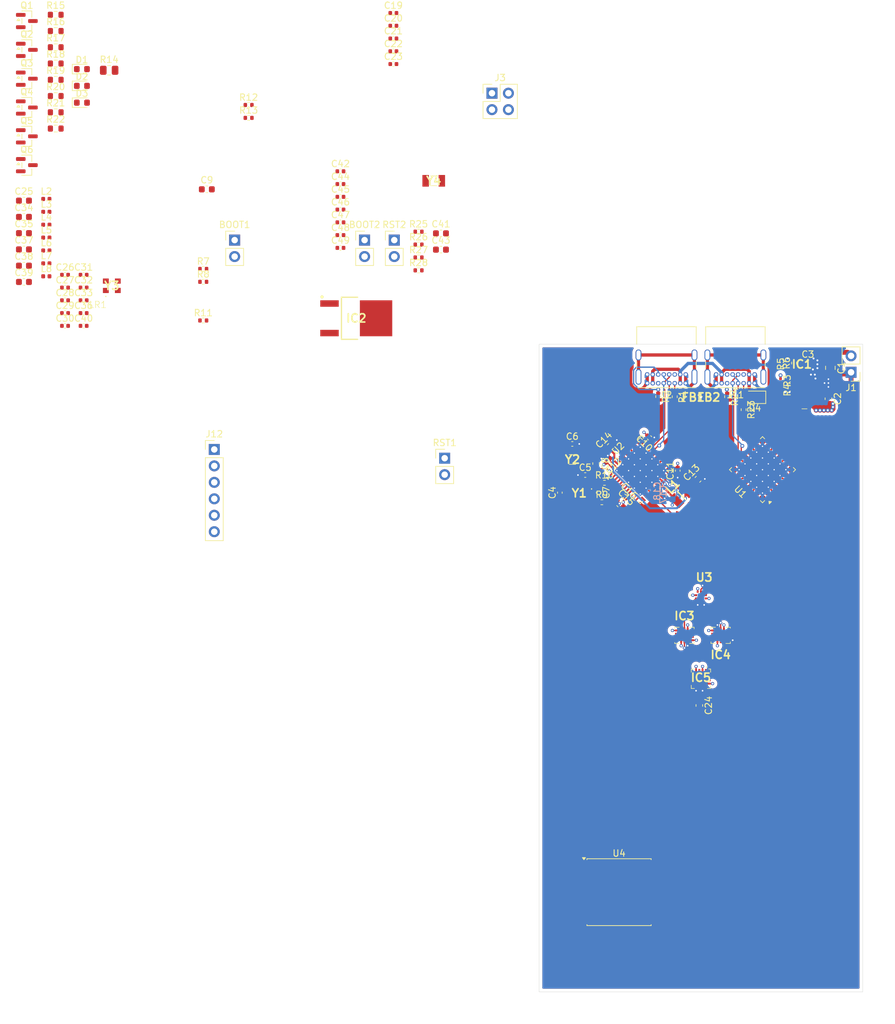
<source format=kicad_pcb>
(kicad_pcb (version 20241229) (generator "pcbnew") (generator_version "9.0")
  (layers (0 "F.Cu" signal) (4 "In1.Cu" signal) (6 "In2.Cu" signal) (2 "B.Cu" signal) (13 "F.Paste" user) (15 "B.Paste" user) (5 "F.SilkS" user "F.Silkscreen") (7 "B.SilkS" user "B.Silkscreen") (1 "F.Mask" user) (3 "B.Mask" user) (25 "Edge.Cuts" user))
  (net 0 "")
  (net 1 "GND")
  (net 2 "+3.3V")
  (net 3 "+5V")
  (net 4 "Net-(BOOT1-Pin_1)")
  (net 5 "Net-(D1-K)")
  (net 6 "Net-(Y1-OUT{slash}IN)")
  (net 11 "Net-(IC1-EN)")
  (net 15 "Net-(IC1-FB)")
  (net 16 "Net-(IC1-AAM)")
  (net 18 "Net-(Y1-GND_1)")
  (net 19 "Net-(C5-Pad2)")
  (net 20 "Net-(U2-PC13)")
  (net 21 "i2c1_sda")
  (net 22 "Net-(U2-PH0)")
  (net 24 "i2c1_sck")
  (net 28 "Net-(Y1-GND_2)")
  (net 29 "Net-(C13-Pad1)")
  (net 30 "Net-(IC5-CAP)")
  (net 31 "vr_pa")
  (net 32 "Net-(C27-Pad2)")
  (net 33 "Net-(C28-Pad2)")
  (net 34 "Net-(J10-In)")
  (net 35 "Net-(C30-Pad1)")
  (net 36 "Net-(C32-Pad1)")
  (net 37 "arm")
  (net 39 "Net-(D3-K)")
  (net 41 "imu1_int1")
  (net 45 "c1_fire")
  (net 46 "c6_fire")
  (net 48 "c2_fire")
  (net 49 "imu2_int1")
  (net 51 "c4_fire")
  (net 52 "c3_fire")
  (net 53 "Net-(J2-SHIELD)")
  (net 55 "Net-(J2-CC1)")
  (net 57 "Net-(J2-CC2)")
  (net 58 "Net-(U2-VLXSMPS)")
  (net 59 "c5_fire")
  (net 60 "Net-(LR1-RFO_LF1)")
  (net 61 "Net-(D2-K)")
  (net 62 "Net-(Q1-G)")
  (net 63 "Net-(Q2-G)")
  (net 64 "Net-(LR1-RFI_LF)")
  (net 65 "Net-(Q3-G)")
  (net 66 "cont_test")
  (net 67 "Net-(Q4-G)")
  (net 68 "Net-(LR1-LXB)")
  (net 69 "Net-(Q5-G)")
  (net 70 "Net-(LR1-LXA)")
  (net 71 "cont_test_out")
  (net 72 "Net-(Q6-G)")
  (net 73 "Net-(U2-PH3)")
  (net 74 "Net-(U2-PH1)")
  (net 75 "Net-(U2-PC14)")
  (net 76 "Net-(RST1-Pin_2)")
  (net 77 "Net-(BOOT2-Pin_2)")
  (net 78 "cont_test_in")
  (net 79 "USB_D-")
  (net 80 "USB_D+")
  (net 81 "bmp_int")
  (net 82 "gps_int")
  (net 84 "gps_pulse")
  (net 85 "spi_miso")
  (net 86 "mag_int")
  (net 87 "telem_rst")
  (net 88 "spi_mosi")
  (net 89 "spi_sclk")
  (net 90 "gps_rst")
  (net 122 "+BATT")
  (net 123 "Net-(C48-Pad2)")
  (net 124 "Net-(U1-PC13)")
  (net 125 "Net-(J11-SHIELD)")
  (net 133 "mpu_tx_external")
  (net 134 "ppu_tx_external")
  (net 135 "mpu_rx_external")
  (net 136 "USB2_D+")
  (net 137 "USB2_D-")
  (net 139 "Net-(J11-CC1)")
  (net 141 "Net-(J11-CC2)")
  (net 142 "/main micro/servo4")
  (net 143 "/main micro/servo1")
  (net 144 "/main micro/servo2")
  (net 145 "/main micro/servo3")
  (net 146 "Net-(U1-PC14)")
  (net 147 "Net-(RST2-Pin_2)")
  (net 148 "Net-(U1-PF3)")
  (net 149 "usart_miso")
  (net 150 "ppu_rx_external")
  (net 151 "usart_mosi")
  (net 152 "usart_ck")
  (net 153 "telem_busy")
  (net 154 "/main micro/jtck")
  (net 155 "/main micro/jtdi")
  (net 156 "/main micro/njrst")
  (net 157 "/main micro/jtdo")
  (net 158 "/main micro/jtms")
  (net 160 "Net-(LR1-XTA)")
  (net 161 "Net-(LR1-VTCXO{slash}VNTC)")
  (footprint "Resistor_SMD:R_0402_1005Metric" (layer "F.Cu") (at 48.095 71.34)
    (property "Reference" "R11")
    (property "Value" "10k")
  )
  (footprint "Capacitor_SMD:C_0603_1608Metric" (layer "F.Cu") (at 141.525 78)
    (property "Reference" "C3")
    (property "Value" "10uF")
  )
  (footprint "Capacitor_SMD:C_0402_1005Metric" (layer "F.Cu") (at 26.735 64.29)
    (property "Reference" "C26")
    (property "Value" "47pF")
  )
  (footprint "Capacitor_SMD:C_0402_1005Metric" (layer "F.Cu") (at 29.605 72.17)
    (property "Reference" "C40")
    (property "Value" "0.1uF")
  )
  (footprint "Connector_PinHeader_2.54mm:PinHeader_1x02_P2.54mm_Vertical" (layer "F.Cu") (at 73.025 58.93)
    (property "Reference" "BOOT2")
    (property "Value" "Conn_01x02")
  )
  (footprint "Capacitor_SMD:C_0402_1005Metric" (layer "F.Cu") (at 103.2 97.92 90)
    (property "Reference" "C4")
    (property "Value" "8pF")
  )
  (footprint "Connector_PinHeader_2.54mm:PinHeader_1x02_P2.54mm_Vertical" (layer "F.Cu") (at 148.2 79.34 180)
    (property "Reference" "J1")
    (property "Value" "battery")
  )
  (footprint "Resistor_SMD:R_0402_1005Metric" (layer "F.Cu") (at 109.69 99.4)
    (property "Reference" "R9")
    (property "Value" "1k")
  )
  (footprint "Resistor_SMD:R_0402_1005Metric" (layer "F.Cu") (at 55.105 40.06)
    (property "Reference" "R13")
    (property "Value" "2.7k")
  )
  (footprint "Inductor_SMD:L_0402_1005Metric" (layer "F.Cu") (at 23.845 64.52)
    (property "Reference" "L8")
    (property "Value" "2.2uH")
  )
  (footprint "footprints:BMP581" (layer "F.Cu") (at 125 114)
    (property "Reference" "U3")
    (property "Value" "BMP581" (hide yes))
  )
  (footprint "Capacitor_SMD:C_0603_1608Metric" (layer "F.Cu") (at 20.385 62.88)
    (property "Reference" "C38")
    (property "Value" "4.7uF")
  )
  (footprint "Diode_SMD:D_0603_1608Metric" (layer "F.Cu") (at 29.345 37.71)
    (property "Reference" "D3")
    (property "Value" "D")
  )
  (footprint "Capacitor_SMD:C_0402_1005Metric" (layer "F.Cu") (at 29.605 64.29)
    (property "Reference" "C31")
    (property "Value" "1.8pF")
  )
  (footprint "Capacitor_SMD:C_0402_1005Metric" (layer "F.Cu") (at 77.475 31.75)
    (property "Reference" "C23")
    (property "Value" "0.1uF")
  )
  (footprint "Resistor_SMD:R_0402_1005Metric" (layer "F.Cu") (at 129.05 83.11 -90)
    (property "Reference" "R24")
    (property "Value" "5.1K")
  )
  (footprint "Inductor_SMD:L_0402_1005Metric" (layer "F.Cu") (at 23.845 56.56)
    (property "Reference" "L4")
    (property "Value" "4.7nH")
  )
  (footprint "Capacitor_SMD:C_0402_1005Metric" (layer "F.Cu") (at 26.735 70.2)
    (property "Reference" "C29")
    (property "Value" "1.8pF")
  )
  (footprint "Resistor_SMD:R_0805_2012Metric" (layer "F.Cu") (at 33.555 32.71)
    (property "Reference" "R14")
    (property "Value" "1k")
  )
  (footprint "Package_DFN_QFN:QFN-48-1EP_7x7mm_P0.5mm_EP5.6x5.6mm_ThermalVias" (layer "F.Cu") (at 115.624777 94.513864 45)
    (property "Reference" "U2")
    (property "Value" "STM32U585CIUxQ")
  )
  (footprint "Capacitor_SMD:C_0603_1608Metric" (layer "F.Cu") (at 124.548008 95.851992 45)
    (property "Reference" "C13")
    (property "Value" "2.2 uF")
  )
  (footprint "Package_TO_SOT_SMD:SOT-23" (layer "F.Cu") (at 20.835 29.56)
    (property "Reference" "Q2")
    (property "Value" "IRLML6244")
  )
  (footprint "Capacitor_SMD:C_0402_1005Metric" (layer "F.Cu") (at 77.475 27.81)
    (property "Reference" "C21")
    (property "Value" "0.1uF")
  )
  (footprint "Capacitor_SMD:C_0603_1608Metric" (layer "F.Cu") (at 111 90.8 45)
    (property "Reference" "C14")
    (property "Value" "2.2 uF")
  )
  (footprint "Capacitor_SMD:C_0402_1005Metric" (layer "F.Cu") (at 121.42 94.52 90)
    (property "Reference" "C11")
    (property "Value" "100 nF")
  )
  (footprint "Package_TO_SOT_SMD:SOT-23" (layer "F.Cu") (at 20.835 47.36)
    (property "Reference" "Q6")
    (property "Value" "IRLML6244")
  )
  (footprint "Resistor_SMD:R_0201_0603Metric" (layer "F.Cu") (at 137.3 80.655 -90)
    (property "Reference" "R3")
    (property "Value" "75k")
  )
  (footprint "Capacitor_SMD:C_0402_1005Metric" (layer "F.Cu") (at 69.295 52.25)
    (property "Reference" "C45")
    (property "Value" "100nF")
  )
  (footprint "Connector_PinHeader_2.54mm:PinHeader_1x02_P2.54mm_Vertical" (layer "F.Cu") (at 52.945 58.93)
    (property "Reference" "BOOT1")
    (property "Value" "Conn_01x02")
  )
  (footprint "Resistor_SMD:R_0402_1005Metric" (layer "F.Cu") (at 81.365 63.6)
    (property "Reference" "R28")
    (property "Value" "10k")
  )
  (footprint "Resistor_SMD:R_0402_1005Metric" (layer "F.Cu") (at 120.95 83.11 -90)
    (property "Reference" "R1")
    (property "Value" "5.1K")
  )
  (footprint "Connector_PinHeader_2.54mm:PinHeader_1x06_P2.54mm_Vertical" (layer "F.Cu") (at 49.8 91.25)
    (property "Reference" "J12")
    (property "Value" "Conn_01x06")
  )
  (footprint "Package_TO_SOT_SMD:SOT-23" (layer "F.Cu") (at 20.835 34.01)
    (property "Reference" "Q3")
    (property "Value" "IRLML6244")
  )
  (footprint "Resistor_SMD:R_0603_1608Metric" (layer "F.Cu") (at 25.295 26.65)
    (property "Reference" "R16")
    (property "Value" "100")
  )
  (footprint "Resistor_SMD:R_0201_0603Metric" (layer "F.Cu") (at 137.3 82.08 -90)
    (property "Reference" "R4")
    (property "Value" "24k")
  )
  (footprint "Capacitor_SMD:C_0603_1608Metric" (layer "F.Cu") (at 84.825 60.4)
    (property "Reference" "C43")
    (property "Value" "1uF")
  )
  (footprint "footprints:CM7V32768TBQA020" (layer "F.Cu") (at 105.15 92.8)
    (property "Reference" "Y2")
    (property "Value" "CM7V-T1A-32.768KHZ" (hide yes))
  )
  (footprint "footprints:Untitled" (layer "F.Cu") (at 31.79 69.405)
    (property "Reference" "LR1")
    (property "Value" "~")
  )
  (footprint "Capacitor_SMD:C_0402_1005Metric" (layer "F.Cu") (at 107.12 95.2)
    (property "Reference" "C5")
    (property "Value" "9pF")
  )
  (footprint "Diode_SMD:D_0603_1608Metric" (layer "F.Cu") (at 29.345 32.53)
    (property "Reference" "D1")
    (property "Value" "D")
  )
  (footprint "footprints:NFZ15SG152SN10B" (layer "F.Cu") (at 126.2 83.2 180)
    (property "Reference" "FB2")
    (property "Value" "BLM15AX102SN1D" (hide yes))
  )
  (footprint "footprints:MPM3606GQVZ" (layer "F.Cu") (at 139.6 81.1)
    (property "Reference" "IC1")
    (property "Value" "MPM3610GQV-Z" (hide yes))
  )
  (footprint "Resistor_SMD:R_0201_0603Metric" (layer "F.Cu") (at 138.4 78.055 90)
    (property "Reference" "R5")
    (property "Value" "39k")
  )
  (footprint "Resistor_SMD:R_0402_1005Metric" (layer "F.Cu") (at 131.6 85.11 -90)
    (property "Reference" "R23")
    (property "Value" "5.1K")
  )
  (footprint "footprints:ECS160836B2CKMTR" (layer "F.Cu") (at 106.2 98 180)
    (property "Reference" "Y1")
    (property "Value" "ECS-160-8-36B2-CKM-TR" (hide yes))
  )
  (footprint "Inductor_SMD:L_0402_1005Metric" (layer "F.Cu") (at 23.845 52.58)
    (property "Reference" "L2")
    (property "Value" "12nH")
  )
  (footprint "Resistor_SMD:R_0402_1005Metric" (layer "F.Cu") (at 81.365 57.63)
    (property "Reference" "R25")
    (property "Value" "1k")
  )
  (footprint "Capacitor_SMD:C_0603_1608Metric" (layer "F.Cu") (at 124.75 130.775 -90)
    (property "Reference" "C24")
    (property "Value" "10uF")
  )
  (footprint "RF_GPS:ublox_MAX" (layer "F.Cu") (at 112.35 159.6)
    (property "Reference" "U4")
    (property "Value" "MAX-M10S")
  )
  (footprint "footprints:ICM42670P" (layer "F.Cu") (at 128.05 119.95 180)
    (property "Reference" "IC4")
    (property "Value" "ICM-45686" (hide yes))
  )
  (footprint "Capacitor_SMD:C_0805_2012Metric" (layer "F.Cu") (at 145 78.65 -90)
    (property "Reference" "C1")
    (property "Value" "10uF")
  )
  (footprint "Capacitor_SMD:C_0402_1005Metric" (layer "F.Cu") (at 29.605 66.26)
    (property "Reference" "C32")
    (property "Value" "2.2pF")
  )
  (footprint "Inductor_SMD:L_0402_1005Metric" (layer "F.Cu") (at 23.845 58.55)
    (property "Reference" "L5")
    (property "Value" "3.9nH")
  )
  (footprint "Resistor_SMD:R_0603_1608Metric" (layer "F.Cu") (at 25.295 31.67)
    (property "Reference" "R18")
    (property "Value" "100")
  )
  (footprint "footprints:TO228P990X238-3N" (layer "F.Cu") (at 71.75 71)
    (property "Reference" "IC2")
    (property "Value" "IRFR9014PBF" (hide yes))
  )
  (footprint "Package_TO_SOT_SMD:SOT-23" (layer "F.Cu") (at 20.835 38.46)
    (property "Reference" "Q4")
    (property "Value" "IRLML6244")
  )
  (footprint "Resistor_SMD:R_0603_1608Metric" (layer "F.Cu") (at 25.295 41.71)
    (property "Reference" "R22")
    (property "Value" "100")
  )
  (footprint "Resistor_SMD:R_0603_1608Metric" (layer "F.Cu") (at 25.295 29.16)
    (property "Reference" "R17")
    (property "Value" "100")
  )
  (footprint "footprints:NFZ15SG152SN10B" (layer "F.Cu") (at 123.8 83.2)
    (property "Reference" "FB1")
    (property "Value" "BLM15AX102SN1D" (hide yes))
  )
  (footprint "Capacitor_SMD:C_0402_1005Metric" (layer "F.Cu") (at 69.295 58.16)
    (property "Reference" "C48")
    (property "Value" "9pF")
  )
  (footprint "Resistor_SMD:R_0603_1608Metric" (layer "F.Cu") (at 25.295 36.69)
    (property "Reference" "R20")
    (property "Value" "100")
  )
  (footprint "Capacitor_SMD:C_0402_1005Metric" (layer "F.Cu") (at 29.605 68.23)
    (property "Reference" "C33")
    (property "Value" "18pF")
  )
  (footprint "Capacitor_SMD:C_0402_1005Metric" (layer "F.Cu") (at 113.060589 98.460589 -45)
    (property "Reference" "C16")
    (property "Value" "100 nF")
  )
  (footprint "Connector_PinHeader_2.54mm:PinHeader_1x02_P2.54mm_Vertical" (layer "F.Cu") (at 77.615 58.93)
    (property "Reference" "RST2")
    (property "Value" "Conn_01x02")
  )
  (footprint "Resistor_SMD:R_0402_1005Metric" (layer "F.Cu") (at 55.105 38.07)
    (property "Reference" "R12")
    (property "Value" "2.7k")
  )
  (footprint "Diode_SMD:D_0805_2012Metric" (layer "F.Cu") (at 133.3375 83.2 180)
    (property "Reference" "D4")
    (property "Value" "D_Schottky")
  )
  (footprint "Capacitor_SMD:C_0603_1608Metric" (layer "F.Cu") (at 112.451992 99.651992 -45)
    (property "Reference" "C15")
    (property "Value" "1 uF")
  )
  (footprint "Capacitor_SMD:C_0402_1005Metric" (layer "F.Cu") (at 110.660589 92.939411 -135)
    (property "Reference" "C12")
    (property "Value" "100 nF")
  )
  (footprint "Capacitor_SMD:C_0603_1608Metric" (layer "F.Cu") (at 84.825 57.89)
    (property "Reference" "C41")
    (property "Value" "10uF")
  )
  (footprint "Capacitor_SMD:C_0603_1608Metric" (layer "F.Cu") (at 20.385 55.35)
    (property "Reference" "C34")
    (property "Value" "1uF")
  )
  (footprint "Capacitor_SMD:C_0402_1005Metric" (layer "F.Cu") (at 26.735 72.17)
    (property "Reference" "C30")
    (property "Value" "22pF")
  )
  (footprint "Package_TO_SOT_SMD:SOT-23" (layer "F.Cu") (at 20.835 42.91)
    (property "Reference" "Q5")
    (property "Value" "IRLML6244")
  )
  (footprint "Capacitor_SMD:C_0603_1608Metric" (layer "F.Cu") (at 144.7 83.425 -90)
    (property "Reference" "C2")
    (property "Value" "22uF")
  )
  (footprint "Capacitor_SMD:C_0402_1005Metric" (layer "F.Cu") (at 69.295 50.28)
    (property "Reference" "C44")
    (property "Value" "100nF")
  )
  (footprint "Capacitor_SMD:C_0402_1005Metric" (layer "F.Cu") (at 77.475 25.84)
    (property "Reference" "C20")
    (property "Value" "0.1uF")
  )
  (footprint "Capacitor_SMD:C_0402_1005Metric" (layer "F.Cu") (at 117.060589 89.460589 135)
    (property "Reference" "C10")
    (property "Value" "100 nF")
  )
  (footprint "Capacitor_SMD:C_0603_1608Metric" (layer "F.Cu") (at 20.385 57.86)
    (property "Reference" "C35")
    (property "Value" "1uF")
  )
  (footprint "Resistor_SMD:R_0603_1608Metric" (layer "F.Cu") (at 25.295 34.18)
    (property "Reference" "R19")
    (property "Value" "100")
  )
  (footprint "Capacitor_SMD:C_0603_1608Metric" (layer "F.Cu") (at 20.385 52.84)
    (property "Reference" "C25")
    (property "Value" "2.2uF")
  )
  (footprint "Capacitor_SMD:C_0603_1608Metric" (layer "F.Cu") (at 108.8 93.425 -90)
    (property "Reference" "C8")
    (property "Value" "1 uF")
  )
  (footprint "Resistor_SMD:R_0603_1608Metric" (layer "F.Cu") (at 25.295 39.2)
    (property "Reference" "R21")
    (property "Value" "100")
  )
  (footprint "Package_DFN_QFN:QFN-48-1EP_7x7mm_P0.5mm_EP5.6x5.6mm_ThermalVias" (layer "F.Cu") (at 134.513864 94.375223 135)
    (property "Reference" "U1")
    (property "Value" "STM32U073CCUx" (hide yes))
  )
  (footprint "Connector_PinHeader_2.54mm:PinHeader_1x02_P2.54mm_Vertical" (layer "F.Cu") (at 85.4 92.6)
    (property "Reference" "RST1")
    (property "Value" "Conn_01x02")
  )
  (footprint "Resistor_SMD:R_0402_1005Metric" (layer "F.Cu") (at 139.4 77.91 90)
    (property "Reference" "R6")
    (property "Value" "100k")
  )
  (footprint "Capacitor_SMD:C_0402_1005Metric" (layer "F.Cu") (at 105.12 90.4)
    (property "Reference" "C6")
    (property "Value" "9pF")
  )
  (footprint "Connector_USB:USB_C_Receptacle_GCT_USB4085" (layer "F.Cu") (at 122.65 81.025 180)
    (property "Reference" "J2")
    (property "Value" "USB_C_Receptacle_USB2.0_16P")
  )
  (footprint "Capacitor_SMD:C_0402_1005Metric" (layer "F.Cu") (at 26.735 68.23)
    (property "Reference" "C28")
    (property "Value" "3.9pF")
  )
  (footprint "Inductor_SMD:L_0402_1005Metric" (layer "F.Cu") (at 23.845 60.54)
    (property "Reference" "L6")
    (property "Value" "7.5nH")
  )
  (footprint "Capacitor_SMD:C_0402_1005Metric" (layer "F.Cu") (at 29.605 70.2)
    (property "Reference" "C36")
    (property "Value" "100nF")
  )
  (footprint "Capacitor_SMD:C_0402_1005Metric" (layer "F.Cu") (at 26.735 66.26)
    (property "Reference" "C27")
    (property "Value" "7.5pF")
  )
  (footprint "Package_TO_SOT_SMD:SOT-23" (layer "F.Cu") (at 20.835 25.11)
    (property "Reference" "Q1")
    (property "Value" "IRLML6244")
  )
  (footprint "Resistor_SMD:R_0402_1005Metric" (layer "F.Cu") (at 110.09 96.4)
    (property "Reference" "R10")
    (property "Value" "1k")
  )
  (footprint "Connector_USB:USB_C_Receptacle_GCT_USB4085" (layer "F.Cu") (at 133.3 81.025 180)
    (property "Reference" "J11")
    (property "Value" "USB_C_Receptacle_USB2.0_16P")
  )
  (footprint "Capacitor_SMD:C_0402_1005Metric" (layer "F.Cu") (at 69.295 60.13)
    (property "Reference" "C49")
    (property "Value" "9pF")
  )
  (footprint "footprints:ECSTXO25CSMV320AMTR" (layer "F.Cu") (at 33.965 65.98)
    (property "Reference" "Y3")
    (property "Value" "ECS-TXO-25CSMV-320-AM-TR" (hide yes))
  )
  (footprint "footprints:CM7V32768TBQA020" (layer "F.Cu") (at 83.71 49.775)
    (property "Reference" "Y4")
    (property "Value" "CM7V-T1A-32.768KHZ" (hide yes))
  )
  (footprint "Resistor_SMD:R_0402_1005Metric" (layer "F.Cu") (at 48.095 65.37)
    (property "Reference" "R8")
    (property "Value" "10k")
  )
  (footprint "Capacitor_SMD:C_0402_1005Metric" (layer "F.Cu") (at 69.295 54.22)
    (property "Reference" "C46")
    (property "Value" "100nF")
  )
  (footprint "Capacitor_SMD:C_0603_1608Metric" (layer "F.Cu") (at 20.385 65.39)
    (property "Reference" "C39")
    (property "Value" "10uF")
  )
  (footprint "footprints:ICM42670P" (layer "F.Cu") (at 122.45 119.95)
    (property "Reference" "IC3")
    (property "Value" "ICM-45686" (hide yes))
  )
  (footprint "Capacitor_SMD:C_0402_1005Metric" (layer "F.Cu") (at 77.475 23.87)
    (property "Reference" "C19")
    (property "Value" "100 nF")
  )
  (footprint "Inductor_SMD:L_0402_1005Metric" (layer "F.Cu") (at 23.845 54.57)
    (property "Reference" "L3")
    (property "Value" "22nH")
  )
  (footprint "Diode_SMD:D_0603_1608Metric" (layer "F.Cu") (at 29.345 35.12)
    (property "Reference" "D2")
    (property "Value" "D")
  )
  (footprint "Capacitor_SMD:C_0603_1608Metric" (layer "F.Cu") (at 20.385 60.37)
    (property "Reference" "C37")
    (property "Value" "2.2uF")
  )
  (footprint "footprints:MMC5983MA" (layer "F.Cu") (at 125 126.65)
    (property "Reference" "IC5")
    (property "Value" "MMC5983MA" (hide yes))
  )
  (footprint "Capacitor_SMD:C_0603_1608Metric" (layer "F.Cu") (at 48.645 51.09)
    (property "Reference" "C9")
    (property "Value" "10 uF")
  )
  (footprint "Capacitor_SMD:C_0402_1005Metric" (layer "F.Cu") (at 69.295 48.31)
    (property "Reference" "C42")
    (property "Value" "100nF")
  )
  (footprint "Capacitor_SMD:C_0402_1005Metric" (layer "F.Cu") (at 69.295 56.19)
    (property "Reference" "C47")
    (property "Value" "100nF")
  )
  (footprint "Resistor_SMD:R_0402_1005Metric" (layer "F.Cu") (at 81.365 59.62)
    (property "Reference" "R26")
    (property "Value" "10k")
  )
  (footprint "Inductor_SMD:L_0402_1005Metric" (layer "F.Cu") (at 23.845 62.53)
    (property "Reference" "L7")
    (property "Value" "24nH")
  )
  (footprint "Resistor_SMD:R_0603_1608Metric" (layer "F.Cu") (at 25.295 24.14)
    (property "Reference" "R15")
    (property "Value" "10k")
  )
  (footprint "footprints:INDC2520X120N" (layer "F.Cu") (at 122.022183 98.377817 45)
    (property "Reference" "L1")
    (property "Value" "2.2 uH, 1.5A" (hide yes))
  )
  (footprint "Resistor_SMD:R_0402_1005Metric" (layer "F.Cu") (at 48.095 63.38)
    (property "Reference" "R7")
    (property "Value" "10k")
  )
  (footprint "Resistor_SMD:R_0402_1005Metric" (layer "F.Cu") (at 118.4 83.09 -90)
    (property "Reference" "R2")
    (property "Value" "5.1K")
  )
  (footprint "Capacitor_SMD:C_0402_1005Metric" (layer "F.Cu") (at 77.475 29.78)
    (property "Reference" "C22")
    (property "Value" "0.1uF")
  )
  (footprint "Capacitor_SMD:C_0402_1005Metric" (layer "F.Cu") (at 109.2 97.92 -90)
    (property "Reference" "C7")
    (property "Value" "8pF")
  )
  (footprint "Connector_PinHeader_2.54mm:PinHeader_2x02_P2.54mm_Vertical" (layer "F.Cu") (at 92.71 36.25)
    (property "Reference" "J3")
    (property "Value" "Conn_02x03_Top_Bottom")
  )
  (footprint "Resistor_SMD:R_0402_1005Metric" (layer "F.Cu") (at 81.365 61.61)
    (property "Reference" "R27")
    (property "Value" "10k")
  )
  (footprint "Capacitor_SMD:C_0603_1608Metric" (layer "B.Cu") (at 120.6 98.175 -90)
    (property "Reference" "C17")
    (property "Value" "10 uF")
  )
  (footprint "Capacitor_SMD:C_0402_1005Metric" (layer "B.Cu") (at 119.4 97.68 -90)
    (property "Reference" "C18")
    (property "Value" "100 nF")
  )
  (gr_rect (start 100 75) (end 150 175) (stroke (width 0.05)) (fill no) (layer "Edge.Cuts"))
  (segment (start 115.624777 91.331883) (end 115.624777 94.513864) (width 0.2) (layer "F.Cu") (net 1))
  (segment (start 144.1 80.5) (end 143.551 81.049) (width 0.75) (layer "F.Cu") (net 1))
  (segment (start 148.2 79.34) (end 148.2 81.4) (width 0.75) (layer "F.Cu") (net 1))
  (segment (start 143.551 81.049) (end 143.2 81.049) (width 0.75) (layer "F.Cu") (net 1))
  (segment (start 142.35 80.3) (end 142.25 80.2) (width 0.75) (layer "F.Cu") (net 1))
  (segment (start 141.75 80.2) (end 142 80.2) (width 0.3048) (layer "F.Cu") (net 1))
  (segment (start 117.4 89.8) (end 117.8 89.4) (width 0.2) (layer "F.Cu") (net 1))
  (segment (start 125.25 112.600003) (end 125.5 112.850003) (width 0.2) (layer "F.Cu") (net 1))
  (segment (start 121.42 95) (end 121.42 95.58) (width 0.2) (layer "F.Cu") (net 1))
  (segment (start 145 79.6) (end 147.94 79.6) (width 0.75) (layer "F.Cu") (net 1))
  (segment (start 109.6 92.65) (end 110.15 92.65) (width 0.1524) (layer "F.Cu") (net 1))
  (segment (start 134.513864 97.557204) (end 134.513864 94.375223) (width 0.2) (layer "F.Cu") (net 1))
  (segment (start 145 79.6) (end 144.1 80.5) (width 0.75) (layer "F.Cu") (net 1))
  (segment (start 134.513864 91.193242) (end 134.513864 94.375223) (width 0.2) (layer "F.Cu") (net 1))
  (segment (start 124.25 127.925) (end 124.25 128.5) (width 0.2) (layer "F.Cu") (net 1))
  (segment (start 111.903984 99.103984) (end 111.903984 98.938372) (width 0.2) (layer "F.Cu") (net 1))
  (segment (start 142.25 80.45) (end 141.95 80.75) (width 0.3048) (layer "F.Cu") (net 1))
  (segment (start 141.95 80.75) (end 142.3 81.1) (width 0.3048) (layer "F.Cu") (net 1))
  (segment (start 125.25 112.600003) (end 125 112.850003) (width 0.2) (layer "F.Cu") (net 1))
  (segment (start 142.7 80.3) (end 142.7 80.549) (width 0.75) (layer "F.Cu") (net 1))
  (segment (start 125 112.850003) (end 125 113.225) (width 0.2) (layer "F.Cu") (net 1))
  (segment (start 142.25 80.2) (end 142.25 80.9) (width 0.3048) (layer "F.Cu") (net 1))
  (segment (start 137.474874 96.275572) (end 135.574525 94.375223) (width 0.2) (layer "F.Cu") (net 1))
  (segment (start 117.4 89.8) (end 117.15666 89.8) (width 0.2) (layer "F.Cu") (net 1))
  (segment (start 148.2 81.4) (end 146.95 82.65) (width 0.75) (layer "F.Cu") (net 1))
  (segment (start 116.7 79.675) (end 116.7 81.025) (width 0.5) (layer "F.Cu") (net 1))
  (segment (start 125 83.2) (end 125.8 83.2) (width 0.5) (layer "F.Cu") (net 1))
  (segment (start 144.1 81.1) (end 143.85 81.35) (width 0.75) (layer "F.Cu") (net 1))
  (segment (start 125.426 128.676) (end 125.426 130.874) (width 0.2) (layer "F.Cu") (net 1))
  (segment (start 111 92.6) (end 111 93.071068) (width 0.2) (layer "F.Cu") (net 1))
  (segment (start 142.3 81.1) (end 142.45 81.1) (width 0.3048) (layer "F.Cu") (net 1))
  (segment (start 125.25 127.925) (end 125.25 128.5) (width 0.2) (layer "F.Cu") (net 1))
  (segment (start 144.1 81) (end 144.1 81.1) (width 0.75) (layer "F.Cu") (net 1))
  (segment (start 142.4 77.2) (end 142.4 77.9) (width 0.75) (layer "F.Cu") (net 1))
  (segment (start 117.15666 89.8) (end 116.464466 90.492194) (width 0.2) (layer "F.Cu") (net 1))
  (segment (start 144.35 81.85) (end 143.85 81.35) (width 0.75) (layer "F.Cu") (net 1))
  (segment (start 121.42 95.58) (end 121.4 95.6) (width 0.2) (layer "F.Cu") (net 1))
  (segment (start 142.3 78.9) (end 142.3 79.4) (width 0.75) (layer "F.Cu") (net 1))
  (segment (start 144.1 80.5) (end 144.1 81) (width 0.75) (layer "F.Cu") (net 1))
  (segment (start 142.7 80.3) (end 142.35 80.3) (width 0.75) (layer "F.Cu") (net 1))
  (segment (start 142.6 80.2) (end 142.7 80.3) (width 0.75) (layer "F.Cu") (net 1))
  (segment (start 135.574525 94.375223) (end 134.513864 94.375223) (width 0.2) (layer "F.Cu") (net 1))
  (segment (start 144.7 82.2) (end 144.35 81.85) (width 0.75) (layer "F.Cu") (net 1))
  (segment (start 138.4 77.735) (end 138.4 77.2) (width 0.2) (layer "F.Cu") (net 1))
  (segment (start 125.5 114.775) (end 125.5 115.25) (width 0.2) (layer "F.Cu") (net 1))
  (segment (start 119.001211 95.415425) (end 118.32946 95.415425) (width 0.2) (layer "F.Cu") (net 1))
  (segment (start 112.442796 94.513864) (end 115.624777 94.513864) (width 0.2) (layer "F.Cu") (net 1))
  (segment (start 141.75 80.2) (end 141.75 80.55) (width 0.3048) (layer "F.Cu") (net 1))
  (segment (start 142.3 79.4) (end 142 79.7) (width 0.75) (layer "F.Cu") (net 1))
  (segment (start 119.292893 95.710501) (end 120.191196 96.608804) (width 0.2) (layer "F.Cu") (net 1))
  (segment (start 119.292893 95.707107) (end 119.292893 95.710501) (width 0.2) (layer "F.Cu") (net 1))
  (segment (start 137.3 82.4) (end 138 82.4) (width 0.3048) (layer "F.Cu") (net 1))
  (segment (start 124.25 128.5) (end 124.074 128.676) (width 0.2) (layer "F.Cu") (net 1))
  (segment (start 108.8 92.65) (end 109.6 92.65) (width 0.1524) (layer "F.Cu") (net 1))
  (segment (start 125.103984 95.303984) (end 125.6 95.8) (width 0.2) (layer "F.Cu") (net 1))
  (segment (start 124.074 128.676) (end 124.074 130.874) (width 0.2) (layer "F.Cu") (net 1))
  (segment (start 127.35 79.675) (end 127.35 81.025) (width 0.5) (layer "F.Cu") (net 1))
  (segment (start 130.492194 93.535534) (end 131.331883 94.375223) (width 0.2) (layer "F.Cu") (net 1))
  (segment (start 106.64 95.2) (end 106 95.2) (width 0.1524) (layer "F.Cu") (net 1))
  (segment (start 142 79.7) (end 142 80.2) (width 0.75) (layer "F.Cu") (net 1))
  (segment (start 142.6 79.7) (end 142.6 80.2) (width 0.75) (layer "F.Cu") (net 1))
  (segment (start 115.624777 95.574525) (end 115.624777 94.513864) (width 0.2) (layer "F.Cu") (net 1))
  (segment (start 133.674175 98.396893) (end 134.513864 97.557204) (width 0.2) (layer "F.Cu") (net 1))
  (segment (start 143 78.7) (end 142.5 78.7) (width 0.75) (layer "F.Cu") (net 1))
  (segment (start 143 77.5) (end 142.7 77.5) (width 0.75) (layer "F.Cu") (net 1))
  (segment (start 141.75 80.55) (end 141.95 80.75) (width 0.3048) (layer "F.Cu") (net 1))
  (segment (start 111 92.6) (end 110.6 92.2) (width 0.2) (layer "F.Cu") (net 1))
  (segment (start 120 95) (end 119.513864 94.513864) (width 0.2) (layer "F.Cu") (net 1))
  (segment (start 124.074 130.874) (end 124.75 131.55) (width 0.2) (layer "F.Cu") (net 1))
  (segment (start 125.25 112.25) (end 125.25 112.600003) (width 0.2) (layer "F.Cu") (net 1))
  (segment (start 143.549 81.049) (end 143.2 81.049) (width 0.75) (layer "F.Cu") (net 1))
  (segment (start 119.292893 95.707107) (end 118.09965 94.513864) (width 0.2) (layer "F.Cu") (net 1))
  (segment (start 143.2 81.049) (end 142.45 81.049) (width 0.75) (layer "F.Cu") (net 1))
  (segment (start 144.7 82.65) (end 144.7 82.2) (width 0.75) (layer "F.Cu") (net 1))
  (segment (start 111.903984 98.938372) (end 112.721178 98.121178) (width 0.2) (layer "F.Cu") (net 1))
  (segment (start 147.94 79.6) (end 148.2 79.34) (width 0.75) (layer "F.Cu") (net 1))
  (segment (start 116.464466 90.492194) (end 115.624777 91.331883) (width 0.2) (layer "F.Cu") (net 1))
  (segment (start 125.25 128.5) (end 125.426 128.676) (width 0.2) (layer "F.Cu") (net 1))
  (segment (start 144.7 80.4) (end 144.7 79.9) (width 0.75) (layer "F.Cu") (net 1))
  (segment (start 110.15 92.65) (end 110.6 92.2) (width 0.1524) (layer "F.Cu") (net 1))
  (segment (start 143 78.1) (end 142.4 78.1) (width 0.75) (layer "F.Cu") (net 1))
  (segment (start 119.292893 95.707107) (end 119.001211 95.415425) (width 0.2) (layer "F.Cu") (net 1))
  (segment (start 144.7 81) (end 144.7 80.4) (width 0.75) (layer "F.Cu") (net 1))
  (segment (start 122.45 120.85) (end 122.45 121.9) (width 0.2) (layer "F.Cu") (net 1))
  (segment (start 111.548008 90.251992) (end 112 89.8) (width 0.3048) (layer "F.Cu") (net 1))
  (segment (start 125 83.2) (end 124.2 83.2) (width 0.5) (layer "F.Cu") (net 1))
  (segment (start 144.7 79.9) (end 145 79.6) (width 0.75) (layer "F.Cu") (net 1))
  (segment (start 142 79.7) (end 142.6 79.7) (width 0.75) (layer "F.Cu") (net 1))
  (segment (start 142.25 80.2) (end 142.25 80.45) (width 0.3048) (layer "F.Cu") (net 1))
  (segment (start 113.724428 97.474874) (end 115.624777 95.574525) (width 0.2) (layer "F.Cu") (net 1))
  (segment (start 143 78.1) (end 143 77.5) (width 0.75) (layer "F.Cu") (net 1))
  (segment (start 127.55 119.05) (end 127.55 118.35) (width 0.2) (layer "F.Cu") (net 1))
  (segment (start 113.724428 97.474874) (end 113.078124 98.121178) (width 0.2) (layer "F.Cu") (net 1))
  (segment (start 129.2 120.7) (end 129.9 120.7) (width 0.2) (layer "F.Cu") (net 1))
  (segment (start 142 80.2) (end 142.25 80.2) (width 0.3048) (layer "F.Cu") (net 1))
  (segment (start 143.85 81.35) (end 143.549 81.049) (width 0.75) (layer "F.Cu") (net 1))
  (segment (start 124.5 114.775) (end 124.5 115.25) (width 0.2) (layer "F.Cu") (net 1))
  (segment (start 142.4 78.1) (end 142.3 78) (width 0.75) (layer "F.Cu") (net 1))
  (segment (start 142.3 79.4) (end 142.6 79.7) (width 0.75) (layer "F.Cu") (net 1))
  (segment (start 144.7 81.6) (end 144.7 81) (width 0.75) (layer "F.Cu") (net 1))
  (segment (start 142.7 77.5) (end 142.4 77.2) (width 0.75) (layer "F.Cu") (net 1))
  (segment (start 128.05 119.05) (end 128.05 118) (width 0.2) (layer "F.Cu") (net 1))
  (segment (start 142.3 78) (end 142.3 78.9) (width 0.75) (layer "F.Cu") (net 1))
  (segment (start 122.65 79.675) (end 122.65 81.025) (width 0.5) (layer "F.Cu") (net 1))
  (segment (start 111.903984 99.103984) (end 112.4 99.6) (width 0.2) (layer "F.Cu") (net 1))
  (segment (start 138.7 82.4) (end 139.75 82.4) (width 0.3048) (layer "F.Cu") (net 1))
  (segment (start 125.5 112.850003) (end 125.5 113.225) (width 0.2) (layer "F.Cu") (net 1))
  (segment (start 125.096016 95.303984) (end 125.103984 95.303984) (width 0.2) (layer "F.Cu") (net 1))
  (segment (start 119.513864 94.513864) (end 115.624777 94.513864) (width 0.2) (layer "F.Cu") (net 1))
  (segment (start 111.603107 93.674175) (end 112.442796 94.513864) (width 0.2) (layer "F.Cu") (net 1))
  (segment (start 113.078124 98.121178) (end 112.721178 98.121178) (width 0.2) (layer "F.Cu") (net 1))
  (segment (start 146.95 82.65) (end 144.7 82.65) (width 0.75) (layer "F.Cu") (net 1))
  (segment (start 144.7 82.65) (end 144.7 81.6) (width 0.75) (layer "F.Cu") (net 1))
  (segment (start 143 78.7) (end 143 78.1) (width 0.75) (layer "F.Cu") (net 1))
  (segment (start 135.353553 90.353553) (end 134.513864 91.193242) (width 0.2) (layer "F.Cu") (net 1))
  (segment (start 131.331883 94.375223) (end 134.513864 94.375223) (width 0.2) (layer "F.Cu") (net 1))
  (segment (start 118.09965 94.513864) (end 115.624777 94.513864) (width 0.2) (layer "F.Cu") (net 1))
  (segment (start 133.3 79.675) (end 133.3 81.025) (width 0.5) (layer "F.Cu") (net 1))
  (segment (start 125.426 130.874) (end 124.75 131.55) (width 0.2) (layer "F.Cu") (net 1))
  (segment (start 121.42 95) (end 120 95) (width 0.2) (layer "F.Cu") (net 1))
  (segment (start 142.7 80.549) (end 143.2 81.049) (width 0.75) (layer "F.Cu") (net 1))
  (segment (start 105.6 90.4) (end 106.2 90.4) (width 0.1524) (layer "F.Cu") (net 1))
  (segment (start 142.5 78.7) (end 142.3 78.9) (width 0.75) (layer "F.Cu") (net 1))
  (segment (start 142.25 80.9) (end 142.45 81.1) (width 0.3048) (layer "F.Cu") (net 1))
  (segment (start 122.95 120.85) (end 122.95 121.55) (width 0.2) (layer "F.Cu") (net 1))
  (segment (start 111 93.071068) (end 111.603107 93.674175) (width 0.2) (layer "F.Cu") (net 1))
  (segment (start 138 82.4) (end 138.7 82.4) (width 0.3048) (layer "F.Cu") (net 1))
  (segment (start 142.4 77.9) (end 142.3 78) (width 0.75) (layer "F.Cu") (net 1))
  (via (at 109.6 92.65) (size 0.5) (drill 0.25) (layers "F.Cu" "B.Cu") (net 1))
  (via (at 122.45 121.9) (size 0.5) (drill 0.25) (layers "F.Cu" "B.Cu") (net 1))
  (via (at 144.7 81) (size 0.5) (drill 0.25) (layers "F.Cu" "B.Cu") (net 1))
  (via (at 125.25 128.5) (size 0.5) (drill 0.25) (layers "F.Cu" "B.Cu") (net 1))
  (via (at 144.7 81.6) (size 0.5) (drill 0.25) (layers "F.Cu" "B.Cu") (net 1))
  (via (at 143 78.7) (size 0.6) (drill 0.3) (layers "F.Cu" "B.Cu") (net 1))
  (via (at 120.191196 96.608804) (size 0.5) (drill 0.25) (layers "F.Cu" "B.Cu") (net 1))
  (via (at 125 83.2) (size 0.6) (drill 0.3) (layers "F.Cu" "B.Cu") (net 1))
  (via (at 122.95 121.55) (size 0.5) (drill 0.25) (layers "F.Cu" "B.Cu") (net 1))
  (via (at 138.4 77.2) (size 0.6) (drill 0.3) (layers "F.Cu" "B.Cu") (net 1))
  (via (at 143 78.1) (size 0.6) (drill 0.3) (layers "F.Cu" "B.Cu") (net 1))
  (via (at 106 95.2) (size 0.5) (drill 0.25) (layers "F.Cu" "B.Cu") (net 1))
  (via (at 125.5 115.25) (size 0.5) (drill 0.25) (layers "F.Cu" "B.Cu") (net 1))
  (via (at 138.7 82.4) (size 0.6) (drill 0.3) (layers "F.Cu" "B.Cu") (net 1))
  (via (at 112.4 99.6) (size 0.5) (drill 0.25) (layers "F.Cu" "B.Cu") (net 1))
  (via (at 119.4 98.8) (size 0.5) (drill 0.25) (layers "F.Cu" "B.Cu") (net 1))
  (via (at 142 79.7) (size 0.6) (drill 0.3) (layers "F.Cu" "B.Cu") (net 1))
  (via (at 120.572608 99.827381) (size 0.5) (drill 0.25) (layers "F.Cu" "B.Cu") (net 1))
  (via (at 144.7 80.4) (size 0.5) (drill 0.25) (layers "F.Cu" "B.Cu") (net 1))
  (via (at 138 82.4) (size 0.6) (drill 0.3) (layers "F.Cu" "B.Cu") (net 1))
  (via (at 112 89.8) (size 0.5) (drill 0.25) (layers "F.Cu" "B.Cu") (net 1))
  (via (at 125.25 112.25) (size 0.5) (drill 0.25) (layers "F.Cu" "B.Cu") (net 1))
  (via (at 142.6 79.7) (size 0.6) (drill 0.3) (layers "F.Cu" "B.Cu") (net 1))
  (via (at 143 77.5) (size 0.6) (drill 0.3) (layers "F.Cu" "B.Cu") (net 1))
  (via (at 117.8 89.4) (size 0.5) (drill 0.25) (layers "F.Cu" "B.Cu") (net 1))
  (via (at 142.7 80.3) (size 0.6) (drill 0.3) (layers "F.Cu" "B.Cu") (net 1))
  (via (at 129.9 120.7) (size 0.5) (drill 0.25) (layers "F.Cu" "B.Cu") (net 1))
  (via (at 128.05 118) (size 0.5) (drill 0.25) (layers "F.Cu" "B.Cu") (net 1))
  (via (at 125.6 95.8) (size 0.5) (drill 0.25) (layers "F.Cu" "B.Cu") (net 1))
  (via (at 121.4 95.6) (size 0.5) (drill 0.25) (layers "F.Cu" "B.Cu") (net 1))
  (via (at 124.25 128.5) (size 0.5) (drill 0.25) (layers "F.Cu" "B.Cu") (net 1))
  (via (at 142.3 78.9) (size 0.6) (drill 0.3) (layers "F.Cu" "B.Cu") (net 1))
  (via (at 110.6 92.2) (size 0.5) (drill 0.25) (layers "F.Cu" "B.Cu") (net 1))
  (via (at 142.4 77.2) (size 0.6) (drill 0.3) (layers "F.Cu" "B.Cu") (net 1))
  (via (at 144.1 81) (size 0.5) (drill 0.25) (layers "F.Cu" "B.Cu") (net 1))
  (via (at 106.2 90.4) (size 0.5) (drill 0.25) (layers "F.Cu" "B.Cu") (net 1))
  (via (at 124.5 115.25) (size 0.5) (drill 0.25) (layers "F.Cu" "B.Cu") (net 1))
  (via (at 127.55 118.35) (size 0.5) (drill 0.25) (layers "F.Cu" "B.Cu") (net 1))
  (segment (start 119.4 98.16) (end 119.4 98.8) (width 0.3048) (layer "B.Cu") (net 1))
  (segment (start 118.889 96.487485) (end 118.889 98.289) (width 0.2) (layer "B.Cu") (net 1))
  (segment (start 120.6 99.799989) (end 120.572608 99.827381) (width 0.3048) (layer "B.Cu") (net 1))
  (segment (start 120.191196 96.608804) (end 120.892494 96.608804) (width 0.2) (layer "B.Cu") (net 1))
  (segment (start 120.6 98.95) (end 120.19 98.95) (width 0.3048) (layer "B.Cu") (net 1))
  (segment (start 118.889 98.289) (end 119.4 98.8) (width 0.2) (layer "B.Cu") (net 1))
  (segment (start 120.191196 96.608804) (end 119.718875 96.136483) (width 0.2) (layer "B.Cu") (net 1))
  (segment (start 119.718875 96.136483) (end 119.240002 96.136483) (width 0.2) (layer "B.Cu") (net 1))
  (segment (start 120.892494 96.608804) (end 121.276 96.99231) (width 0.2) (layer "B.Cu") (net 1))
  (segment (start 121.276 98.274) (end 120.6 98.95) (width 0.2) (layer "B.Cu") (net 1))
  (segment (start 120.19 98.95) (end 119.4 98.16) (width 0.3048) (layer "B.Cu") (net 1))
  (segment (start 121.276 96.99231) (end 121.276 98.274) (width 0.2) (layer "B.Cu") (net 1))
  (segment (start 120.6 98.95) (end 120.6 99.799989) (width 0.3048) (layer "B.Cu") (net 1))
  (segment (start 119.240002 96.136483) (end 118.889 96.487485) (width 0.2) (layer "B.Cu") (net 1))
  (segment (start 143.121125 84.53302) (end 143.038105 84.45) (width 0.75) (layer "F.Cu") (net 2))
  (segment (start 144.242829 84.2) (end 144.7 84.2) (width 0.75) (layer "F.Cu") (net 2))
  (segment (start 142.8 84.5) (end 142.8 85.2) (width 0.75) (layer "F.Cu") (net 2))
  (segment (start 118.93934 96.06066) (end 118.93934 96.10001) (width 0.3048) (layer "F.Cu") (net 2))
  (segment (start 108.8 94.2) (end 110.449554 94.2) (width 0.1524) (layer "F.Cu") (net 2))
  (segment (start 145.4 84.7) (end 145.4 85) (width 0.75) (layer "F.Cu") (net 2))
  (segment (start 143.2 84.739541) (end 143.2 85) (width 0.75) (layer "F.Cu") (net 2))
  (segment (start 124.8 126) (end 125 125.8) (width 0.2) (layer "F.Cu") (net 2))
  (segment (start 144.7 84.2) (end 144.7 85.1) (width 0.75) (layer "F.Cu") (net 2))
  (segment (start 143.8 84.642829) (end 143.8 85) (width 0.75) (layer "F.Cu") (net 2))
  (segment (start 124.75 126) (end 124.8 126) (width 0.2) (layer "F.Cu") (net 2))
  (segment (start 126.9 119.2) (end 126.2 119.2) (width 0.2) (layer "F.Cu") (net 2))
  (segment (start 143.121125 84.557947) (end 143.121125 84.660666) (width 0.75) (layer "F.Cu") (net 2))
  (segment (start 142.811895 84.2) (end 142.55 84.2) (width 0.75) (layer "F.Cu") (net 2))
  (segment (start 143.121125 84.557947) (end 143.05 84.486822) (width 0.75) (layer "F.Cu") (net 2))
  (segment (start 137.3 80.335) (end 137.3 79.8) (width 0.3048) (layer "F.Cu") (net 2))
  (segment (start 143.05 84.486822) (end 143.05 84.2) (width 0.75) (layer "F.Cu") (net 2))
  (segment (start 116.721178 89.528376) (end 116.110913 90.138641) (width 0.2) (layer "F.Cu") (net 2))
  (segment (start 144.7 84.2) (end 144.7 84.7) (width 0.75) (layer "F.Cu") (net 2))
  (segment (start 144.7 84.2) (end 145.4 84.2) (width 0.75) (layer "F.Cu") (net 2))
  (segment (start 124.5 113.225) (end 124.5 112.75) (width 0.2) (layer "F.Cu") (net 2))
  (segment (start 143.2 85) (end 143.4 85.2) (width 0.75) (layer "F.Cu") (net 2))
  (segment (start 124.398 125.8) (end 124.25 125.652) (width 0.2) (layer "F.Cu") (net 2))
  (segment (start 110.500648 93.278822) (end 111.249554 94.027728) (width 0.2) (layer "F.Cu") (net 2))
  (segment (start 113.4 98.8) (end 113.4 98.506408) (width 0.2) (layer "F.Cu") (net 2))
  (segment (start 120.012272 94.04) (end 120 94.027728) (width 0.2) (layer "F.Cu") (net 2))
  (segment (start 126.275 127.4) (end 126.8 127.4) (width 0.2) (layer "F.Cu") (net 2))
  (segment (start 113 99.4) (end 113 99.2) (width 0.2) (layer "F.Cu") (net 2))
  (segment (start 121.3 119.2) (end 120.6 119.2) (width 0.2) (layer "F.Cu") (net 2))
  (segment (start 124.5 125.8) (end 124.398 125.8) (width 0.2) (layer "F.Cu") (net 2))
  (segment (start 124.25 125.375) (end 124.25 124.75) (width 0.2) (layer "F.Cu") (net 2))
  (segment (start 122.95 119.05) (end 122.95 118.35) (width 0.2) (layer "F.Cu") (net 2))
  (segment (start 143.436991 84.50255) (end 143.659721 84.50255) (width 0.75) (layer "F.Cu") (net 2))
  (segment (start 143.121125 84.557947) (end 143.240967 84.438105) (width 0.75) (layer "F.Cu") (net 2))
  (segment (start 118.93934 96.10001) (end 119.426813 96.587483) (width 0.3048) (layer "F.Cu") (net 2))
  (segment (start 142.85 84.45) (end 142.55 84.75) (width 0.75) (layer "F.Cu") (net 2))
  (segment (start 143.8 85) (end 144 85.2) (width 0.75) (layer "F.Cu") (net 2))
  (segment (start 125.998 127.4) (end 124.75 126.152) (width 0.2) (layer "F.Cu") (net 2))
  (segment (start 110.321178 93.278822) (end 110.500648 93.278822) (width 0.2) (layer "F.Cu") (net 2))
  (segment (start 143.038105 84.45) (end 142.85 84.45) (width 0.75) (layer "F.Cu") (net 2))
  (segment (start 144.7 85.1) (end 144.6 85.2) (width 0.75) (layer "F.Cu") (net 2))
  (segment (start 110.824777 94.575223) (end 111.249554 95) (width 0.1524) (layer "F.Cu") (net 2))
  (segment (start 145.4 85) (end 145.2 85.2) (width 0.75) (layer "F.Cu") (net 2))
  (segment (start 110.321178 93.278822) (end 110 93.6) (width 0.2) (layer "F.Cu") (net 2))
  (segment (start 143.121125 84.557947) (end 143.121125 84.50923) (width 0.75) (layer "F.Cu") (net 2))
  (segment (start 125.102 125.8) (end 125 125.8) (width 0.2) (layer "F.Cu") (net 2))
  (segment (start 121.4 94.02) (end 121.42 94.04) (width 0.2) (layer "F.Cu") (net 2))
  (segment (start 126.275 127.4) (end 125.998 127.4) (width 0.2) (layer "F.Cu") (net 2))
  (segment (start 143.121125 84.50923) (end 142.811895 84.2) (width 0.75) (layer "F.Cu") (net 2))
  (segment (start 124.75 126.152) (end 124.75 126) (width 0.2) (layer "F.Cu") (net 2))
  (segment (start 125 125.8) (end 124.75 125.8) (width 0.2) (layer "F.Cu") (net 2))
  (segment (start 121.4 93.4) (end 121.4 94.02) (width 0.2) (layer "F.Cu") (net 2))
  (segment (start 113 99.2) (end 113.4 98.8) (width 0.2) (layer "F.Cu") (net 2))
  (segment (start 145.4 84.2) (end 145.4 84.7) (width 0.75) (layer "F.Cu") (net 2))
  (segment (start 143.8 84.642829) (end 144.242829 84.2) (width 0.75) (layer "F.Cu") (net 2))
  (segment (start 142.55 84.2) (end 142.55 83.7) (width 0.75) (layer "F.Cu") (net 2))
  (segment (start 143.240967 84.438105) (end 143.372546 84.438105) (width 0.75) (layer "F.Cu") (net 2))
  (segment (start 127.55 120.85) (end 127.55 121.55) (width 0.2) (layer "F.Cu") (net 2))
  (segment (start 142.55 84.75) (end 142.55 84.2) (width 0.75) (layer "F.Cu") (net 2))
  (segment (start 144.7 84.5) (end 144 85.2) (width 0.75) (layer "F.Cu") (net 2))
  (segment (start 116.721178 89.121178) (end 116.2 88.6) (width 0.2) (layer "F.Cu") (net 2))
  (segment (start 125.75 114.25) (end 126.25 114.25) (width 0.2) (layer "F.Cu") (net 2))
  (segment (start 125.25 125.375) (end 125.25 124.75) (width 0.2) (layer "F.Cu") (net 2))
  (segment (start 113 100.2) (end 113 99.4) (width 0.2) (layer "F.Cu") (net 2))
  (segment (start 142.55 83.101) (end 143.649 84.2) (width 0.75) (layer "F.Cu") (net 2))
  (segment (start 143.121125 84.557947) (end 143.121125 84.53302) (width 0.75) (layer "F.Cu") (net 2))
  (segment (start 144.7 84.2) (end 144.7 84.5) (width 0.75) (layer "F.Cu") (net 2))
  (segment (start 143.121125 84.660666) (end 143.2 84.739541) (width 0.75) (layer "F.Cu") (net 2))
  (segment (start 113.553204 98.353204) (end 114.077981 97.828427) (width 0.2) (layer "F.Cu") (net 2))
  (segment (start 121.95 120.85) (end 121.95 121.55) (width 0.2) (layer "F.Cu") (net 2))
  (segment (start 110.449554 94.2) (end 110.824777 94.575223) (width 0.1524) (layer "F.Cu") (net 2))
  (segment (start 125.25 125.652) (end 125.102 125.8) (width 0.2) (layer "F.Cu") (net 2))
  (segment (start 123.6 120.7) (end 124.3 120.7) (width 0.2) (layer "F.Cu") (net 2))
  (segment (start 121.42 94.04) (end 120.012272 94.04) (width 0.2) (layer "F.Cu") (net 2))
  (segment (start 143.05 84.2) (end 142.55 83.7) (width 0.75) (layer "F.Cu") (net 2))
  (segment (start 125.25 125.375) (end 125.25 125.652) (width 0.2) (layer "F.Cu") (net 2))
  (segment (start 124.25 125.652) (end 124.25 125.375) (width 0.2) (layer "F.Cu") (net 2))
  (segment (start 124.75 126) (end 124.7 126) (width 0.2) (layer "F.Cu") (net 2))
  (segment (start 124.75 125.8) (end 124.5 125.8) (width 0.2) (layer "F.Cu") (net 2))
  (segment (start 142.55 83.7) (end 142.55 83.101) (width 0.75) (layer "F.Cu") (net 2))
  (segment (start 124.25 113.75) (end 123.75 113.75) (width 0.2) (layer "F.Cu") (net 2))
  (segment (start 124.75 126) (end 124.75 125.8) (width 0.2) (layer "F.Cu") (net 2))
  (segment (start 128.55 119.05) (end 128.55 118.35) (width 0.2) (layer "F.Cu") (net 2))
  (segment (start 113.4 98.506408) (end 113.553204 98.353204) (width 0.2) (layer "F.Cu") (net 2))
  (segment (start 124.7 126) (end 124.5 125.8) (width 0.2) (layer "F.Cu") (net 2))
  (segment (start 116.721178 89.121178) (end 116.721178 89.528376) (width 0.2) (layer "F.Cu") (net 2))
  (segment (start 142.85 84.45) (end 142.8 84.5) (width 0.75) (layer "F.Cu") (net 2))
  (segment (start 144.7 84.7) (end 145.2 85.2) (width 0.75) (layer "F.Cu") (net 2))
  (segment (start 143.649 84.2) (end 144.7 84.2) (width 0.75) (layer "F.Cu") (net 2))
  (via (at 123.75 113.75) (size 0.5) (drill 0.25) (layers "F.Cu" "B.Cu") (net 2))
  (via (at 121.4 93.4) (size 0.5) (drill 0.25) (layers "F.Cu" "B.Cu") (net 2))
  (via (at 145.2 85.2) (size 0.6) (drill 0.3) (layers "F.Cu" "B.Cu") (net 2))
  (via (at 137.3 79.8) (size 0.6) (drill 0.3) (layers "F.Cu" "B.Cu") (net 2))
  (via (at 144 85.2) (size 0.6) (drill 0.3) (layers "F.Cu" "B.Cu") (net 2))
  (via (at 119.426813 96.587483) (size 0.5) (drill 0.25) (layers "F.Cu" "B.Cu") (net 2))
  (via (at 127.55 121.55) (size 0.5) (drill 0.25) (layers "F.Cu" "B.Cu") (net 2))
  (via (at 124.25 124.75) (size 0.5) (drill 0.25) (layers "F.Cu" "B.Cu") (net 2))
  (via (at 116.2 88.6) (size 0.5) (drill 0.25) (layers "F.Cu" "B.Cu") (net 2))
  (via (at 143.4 85.2) (size 0.6) (drill 0.3) (layers "F.Cu" "B.Cu") (net 2))
  (via (at 126.25 114.25) (size 0.5) (drill 0.25) (layers "F.Cu" "B.Cu") (net 2))
  (via (at 126.8 127.4) (size 0.5) (drill 0.25) (layers "F.Cu" "B.Cu") (net 2))
  (via (at 144.6 85.2) (size 0.6) (drill 0.3) (layers "F.Cu" "B.Cu") (net 2))
  (via (at 121.95 121.55) (size 0.5) (drill 0.25) (layers "F.Cu" "B.Cu") (net 2))
  (via (at 120.6 119.2) (size 0.5) (drill 0.25) (layers "F.Cu" "B.Cu") (net 2))
  (via (at 126.2 119.2) (size 0.5) (drill 0.25) (layers "F.Cu" "B.Cu") (net 2))
  (via (at 124.3 120.7) (size 0.5) (drill 0.25) (layers "F.Cu" "B.Cu") (net 2))
  (via (at 145.4 84.2) (size 0.6) (drill 0.3) (layers "F.Cu" "B.Cu") (net 2))
  (via (at 142.8 85.2) (size 0.6) (drill 0.3) (layers "F.Cu" "B.Cu") (net 2))
  (via (at 113 99.4) (size 0.5) (drill 0.25) (layers "F.Cu" "B.Cu") (net 2))
  (via (at 145.4 84.7) (size 0.6) (drill 0.3) (layers "F.Cu" "B.Cu") (net 2))
  (via (at 110.824777 94.575223) (size 0.5) (drill 0.25) (layers "F.Cu" "B.Cu") (net 2))
  (via (at 128.55 118.35) (size 0.5) (drill 0.25) (layers "F.Cu" "B.Cu") (net 2))
  (via (at 125.25 124.75) (size 0.5) (drill 0.25) (layers "F.Cu" "B.Cu") (net 2))
  (via (at 122.95 118.35) (size 0.5) (drill 0.25) (layers "F.Cu" "B.Cu") (net 2))
  (via (at 110 93.6) (size 0.5) (drill 0.25) (layers "F.Cu" "B.Cu") (net 2))
  (via (at 124.5 112.75) (size 0.5) (drill 0.25) (layers "F.Cu" "B.Cu") (net 2))
  (segment (start 120.23933 97.4) (end 119.426813 96.587483) (width 0.3048) (layer "B.Cu") (net 2))
  (segment (start 120.6 97.4) (end 120.23933 97.4) (width 0.3048) (layer "B.Cu") (net 2))
  (segment (start 119.4 97.2) (end 119.4 96.614296) (width 0.3048) (layer "B.Cu") (net 2))
  (segment (start 119.4 96.614296) (end 119.426813 96.587483) (width 0.3048) (layer "B.Cu") (net 2))
  (segment (start 128.2 79.675) (end 128.2 81.025) (width 0.5) (layer "F.Cu") (net 3))
  (segment (start 121.493974 78.874) (end 121.8 79.180026) (width 0.5) (layer "F.Cu") (net 3))
  (segment (start 121.8 79.180026) (end 121.8 79.675) (width 0.5) (layer "F.Cu") (net 3))
  (segment (start 132.45 79.180026) (end 132.143974 78.874) (width 0.5) (layer "F.Cu") (net 3))
  (segment (start 117.856026 78.874) (end 121.493974 78.874) (width 0.5) (layer "F.Cu") (net 3))
  (segment (start 117.55 79.675) (end 117.55 79.180026) (width 0.5) (layer "F.Cu") (net 3))
  (segment (start 132.45 83.15) (end 132.4 83.2) (width 0.5) (layer "F.Cu") (net 3))
  (segment (start 121.8 79.675) (end 121.8 81.025) (width 0.5) (layer "F.Cu") (net 3))
  (segment (start 117.55 79.180026) (end 117.856026 78.874) (width 0.5) (layer "F.Cu") (net 3))
  (segment (start 117.55 81.025) (end 117.55 79.675) (width 0.5) (layer "F.Cu") (net 3))
  (segment (start 132.45 79.675) (end 132.45 81.025) (width 0.5) (layer "F.Cu") (net 3))
  (segment (start 132.45 81.025) (end 132.45 83.15) (width 0.5) (layer "F.Cu") (net 3))
  (segment (start 128.718214 78.874) (end 128.2 79.392214) (width 0.5) (layer "F.Cu") (net 3))
  (segment (start 132.45 79.675) (end 132.45 79.180026) (width 0.5) (layer "F.Cu") (net 3))
  (segment (start 132.143974 78.874) (end 128.718214 78.874) (width 0.5) (layer "F.Cu") (net 3))
  (segment (start 128.2 79.392214) (end 128.2 79.675) (width 0.5) (layer "F.Cu") (net 3))
  (segment (start 121.8 79.180026) (end 123.014026 77.966) (width 0.5) (layer "B.Cu") (net 3))
  (segment (start 121.8 79.675) (end 121.8 79.180026) (width 0.5) (layer "B.Cu") (net 3))
  (segment (start 123.014026 77.966) (end 126.773786 77.966) (width 0.5) (layer "B.Cu") (net 3))
  (segment (start 128.2 79.392214) (end 128.2 79.675) (width 0.5) (layer "B.Cu") (net 3))
  (segment (start 126.773786 77.966) (end 128.2 79.392214) (width 0.5) (layer "B.Cu") (net 3))
  (segment (start 105.35 98.65) (end 103.45 98.65) (width 0.2) (layer "F.Cu") (net 6))
  (segment (start 106.1 99.4) (end 105.35 98.65) (width 0.2) (layer "F.Cu") (net 6))
  (segment (start 109.18 99.4) (end 106.1 99.4) (width 0.2) (layer "F.Cu") (net 6))
  (segment (start 103.45 98.65) (end 103.2 98.4) (width 0.2) (layer "F.Cu") (net 6))
  (segment (start 140.25 79.656008) (end 139.4 78.806008) (width 0.2) (layer "F.Cu") (net 11))
  (segment (start 139.4 78.806008) (end 139.4 78.42) (width 0.2) (layer "F.Cu") (net 11))
  (segment (start 140.25 80.2) (end 140.25 79.656008) (width 0.2) (layer "F.Cu") (net 11))
  (segment (start 137.6 81.1) (end 137.425 81.1) (width 0.3048) (layer "F.Cu") (net 15))
  (segment (start 139.6 81.1) (end 137.6 81.1) (width 0.3048) (layer "F.Cu") (net 15))
  (segment (start 137.3 81.76) (end 137.3 80.975) (width 0.3048) (layer "F.Cu") (net 15))
  (segment (start 137.425 81.1) (end 137.3 80.975) (width 0.3048) (layer "F.Cu") (net 15))
  (segment (start 137.3 81.76) (end 137.3 81.4) (width 0.3048) (layer "F.Cu") (net 15))
  (segment (start 137.6 81.1) (end 137.3 81.4) (width 0.3048) (layer "F.Cu") (net 15))
  (segment (start 138.4 78.85) (end 139.75 80.2) (width 0.2) (layer "F.Cu") (net 16))
  (segment (start 138.4 78.375) (end 138.4 78.85) (width 0.2) (layer "F.Cu") (net 16))
  (segment (start 103.29 97.35) (end 103.2 97.44) (width 0.2) (layer "F.Cu") (net 18))
  (segment (start 105.35 97.35) (end 103.29 97.35) (width 0.2) (layer "F.Cu") (net 18))
  (segment (start 107.6 95.2) (end 108.38 95.2) (width 0.1524) (layer "F.Cu") (net 19))
  (segment (start 106.4 94) (end 107.6 95.2) (width 0.1524) (layer "F.Cu") (net 19))
  (segment (start 108.38 95.2) (end 109.58 96.4) (width 0.1524) (layer "F.Cu") (net 19))
  (segment (start 106.4 92.8) (end 106.4 94) (width 0.1524) (layer "F.Cu") (net 19))
  (segment (start 110.206342 95.9028) (end 110.0272 96.081942) (width 0.1524) (layer "F.Cu") (net 20))
  (segment (start 108.12527 96.8972) (end 106.91527 95.6872) (width 0.1524) (layer "F.Cu") (net 20))
  (segment (start 103.9 93.8524) (end 103.9 92.8) (width 0.1524) (layer "F.Cu") (net 20))
  (segment (start 110.0272 96.081942) (end 110.0272 96.718058) (width 0.1524) (layer "F.Cu") (net 20))
  (segment (start 106.91527 95.6872) (end 105.7348 95.6872) (width 0.1524) (layer "F.Cu") (net 20))
  (segment (start 104.64 90.4) (end 104.64 92.06) (width 0.1524) (layer "F.Cu") (net 20))
  (segment (start 105.7348 95.6872) (end 103.9 93.8524) (width 0.1524) (layer "F.Cu") (net 20))
  (segment (start 109.848058 96.8972) (end 108.12527 96.8972) (width 0.1524) (layer "F.Cu") (net 20))
  (segment (start 104.64 92.06) (end 103.9 92.8) (width 0.1524) (layer "F.Cu") (net 20))
  (segment (start 111.603107 95.353553) (end 111.05386 95.9028) (width 0.1524) (layer "F.Cu") (net 20))
  (segment (start 110.0272 96.718058) (end 109.848058 96.8972) (width 0.1524) (layer "F.Cu") (net 20))
  (segment (start 111.05386 95.9028) (end 110.206342 95.9028) (width 0.1524) (layer "F.Cu") (net 20))
  (segment (start 107.05 97.35) (end 109.11 97.35) (width 0.2) (layer "F.Cu") (net 22))
  (segment (start 112.663767 96.414213) (end 111.63798 97.44) (width 0.2) (layer "F.Cu") (net 22))
  (segment (start 111.63798 97.44) (end 109.2 97.44) (width 0.2) (layer "F.Cu") (net 22))
  (segment (start 109.11 97.35) (end 109.2 97.44) (width 0.2) (layer "F.Cu") (net 22))
  (segment (start 122.45 118.25) (end 122.45 116.05) (width 0.2) (layer "F.Cu") (net 24))
  (segment (start 122.45 119.05) (end 122.45 118.25) (width 0.2) (layer "F.Cu") (net 24))
  (segment (start 122.45 116.05) (end 124.25 114.25) (width 0.2) (layer "F.Cu") (net 24))
  (segment (start 107.05 98.65) (end 108.95 98.65) (width 0.2) (layer "F.Cu") (net 28))
  (segment (start 108.95 98.65) (end 109.2 98.4) (width 0.2) (layer "F.Cu") (net 28))
  (segment (start 110.451992 91.348008) (end 111.01376 91.348008) (width 0.3048) (layer "F.Cu") (net 29))
  (segment (start 111.01376 91.348008) (end 111.615347 91.949595) (width 0.3048) (layer "F.Cu") (net 29))
  (segment (start 122.8 97.6) (end 124 96.4) (width 0.3048) (layer "F.Cu") (net 29))
  (segment (start 122.6 97.8) (end 122.8 97.6) (width 0.3048) (layer "F.Cu") (net 29))
  (segment (start 111.615347 92.979307) (end 111.956661 93.320621) (width 0.3048) (layer "F.Cu") (net 29))
  (segment (start 111.615347 91.949595) (end 111.615347 92.979307) (width 0.3048) (layer "F.Cu") (net 29))
  (segment (start 122.8 97.6) (end 121.892894 97.6) (width 0.3048) (layer "F.Cu") (net 29))
  (segment (start 121.892894 97.6) (end 119.646447 95.353553) (width 0.3048) (layer "F.Cu") (net 29))
  (segment (start 122.6 98.8) (end 122.6 97.8) (width 0.3048) (layer "F.Cu") (net 29))
  (via (at 122.6 98.8) (size 0.5) (drill 0.25) (layers "F.Cu" "B.Cu") (net 29))
  (segment (start 122.6 99) (end 122.6 98.8) (width 0.3048) (layer "B.Cu") (net 29))
  (segment (start 121.269219 100.330781) (end 122.6 99) (width 0.3048) (layer "B.Cu") (net 29))
  (segment (start 111.411579 92.472151) (end 111.411579 94.618826) (width 0.3048) (layer "B.Cu") (net 29))
  (segment (start 117.123534 100.330781) (end 121.269219 100.330781) (width 0.3048) (layer "B.Cu") (net 29))
  (segment (start 111.411579 94.618826) (end 117.123534 100.330781) (width 0.3048) (layer "B.Cu") (net 29))
  (segment (start 124.75 130) (end 124.75 127.925) (width 0.2) (layer "F.Cu") (net 30))
  (segment (start 115.35 76.665) (end 115.35 80.045) (width 0.5) (layer "F.Cu") (net 53))
  (segment (start 123.4 81.445) (end 123.4 83.2) (width 0.5) (layer "F.Cu") (net 53))
  (segment (start 124 76.665) (end 115.35 76.665) (width 0.5) (layer "F.Cu") (net 53))
  (segment (start 124 80.845) (end 123.4 81.445) (width 0.5) (layer "F.Cu") (net 53))
  (segment (start 124 76.665) (end 124 80.045) (width 0.5) (layer "F.Cu") (net 53))
  (segment (start 124 80.045) (end 124 80.845) (width 0.5) (layer "F.Cu") (net 53))
  (segment (start 120.95 82.6) (end 120.95 81.025) (width 0.2) (layer "F.Cu") (net 55))
  (segment (start 118.4 82.58) (end 118.4 82) (width 0.2) (layer "F.Cu") (net 57))
  (via (at 118.4 82) (size 0.6) (drill 0.3) (layers "F.Cu" "B.Cu") (net 57))
  (segment (start 118.4 82) (end 115.492926 82) (width 0.2) (layer "B.Cu") (net 57))
  (segment (start 118.4 79.180026) (end 118.4 79.675) (width 0.2) (layer "B.Cu") (net 57))
  (segment (start 115.038926 78.544) (end 117.763974 78.544) (width 0.2) (layer "B.Cu") (net 57))
  (segment (start 115.492926 82) (end 114.599 81.106074) (width 0.2) (layer "B.Cu") (net 57))
  (segment (start 114.599 78.983926) (end 115.038926 78.544) (width 0.2) (layer "B.Cu") (net 57))
  (segment (start 117.763974 78.544) (end 118.4 79.180026) (width 0.2) (layer "B.Cu") (net 57))
  (segment (start 114.599 81.106074) (end 114.599 78.983926) (width 0.2) (layer "B.Cu") (net 57))
  (segment (start 118.971574 96.882842) (end 121.244366 99.155634) (width 0.3048) (layer "F.Cu") (net 58))
  (segment (start 118.585787 96.414213) (end 118.971574 96.8) (width 0.3048) (layer "F.Cu") (net 58))
  (segment (start 118.971574 96.8) (end 118.971574 96.882842) (width 0.3048) (layer "F.Cu") (net 58))
  (segment (start 113.017321 96.767767) (end 112.832233 96.767767) (width 0.2) (layer "F.Cu") (net 74))
  (segment (start 112.832233 96.767767) (end 110.2 99.4) (width 0.2) (layer "F.Cu") (net 74))
  (segment (start 110.6 96.4) (end 111.263768 96.4) (width 0.1524) (layer "F.Cu") (net 75))
  (segment (start 111.263768 96.4) (end 111.956661 95.707107) (width 0.1524) (layer "F.Cu") (net 75))
  (segment (start 113.150343 97.341851) (end 112.745463 97.341851) (width 0.2) (layer "F.Cu") (net 76))
  (segment (start 110.8 99.287314) (end 110.8 99.8) (width 0.2) (layer "F.Cu") (net 76))
  (segment (start 113.370874 97.12132) (end 113.150343 97.341851) (width 0.2) (layer "F.Cu") (net 76))
  (segment (start 112.745463 97.341851) (end 110.8 99.287314) (width 0.2) (layer "F.Cu") (net 76))
  (segment (start 119.25 80.954346) (end 120.1 80.104346) (width 0.2) (layer "F.Cu") (net 79))
  (segment (start 118.559702 90.659702) (end 118.418278 90.659702) (width 0.2) (layer "F.Cu") (net 79))
  (segment (start 118.418278 90.659702) (end 117.525126 91.552854) (width 0.2) (layer "F.Cu") (net 79))
  (segment (start 120.1 80.104346) (end 120.1 79.675) (width 0.2) (layer "F.Cu") (net 79))
  (segment (start 119.25 81.025) (end 119.25 80.954346) (width 0.2) (layer "F.Cu") (net 79))
  (via (at 118.559702 90.659702) (size 0.6) (drill 0.3) (layers "F.Cu" "B.Cu") (net 79))
  (segment (start 119.25 89.85) (end 119.2 89.9) (width 0.2) (layer "B.Cu") (net 79))
  (segment (start 118.559702 90.540298) (end 118.559702 90.659702) (width 0.2) (layer "B.Cu") (net 79))
  (segment (start 119.2 89.9) (end 118.559702 90.540298) (width 0.2) (layer "B.Cu") (net 79))
  (segment (start 119.25 81.025) (end 119.25 89.85) (width 0.2) (layer "B.Cu") (net 79))
  (segment (start 120.1 81.025) (end 120.1 88.270874) (width 0.2) (layer "F.Cu") (net 80))
  (segment (start 120.1 88.270874) (end 117.171573 91.199301) (width 0.2) (layer "F.Cu") (net 80))
  (segment (start 119.25 80.104346) (end 120.1 80.954346) (width 0.2) (layer "B.Cu") (net 80))
  (segment (start 119.25 79.675) (end 119.25 80.104346) (width 0.2) (layer "B.Cu") (net 80))
  (segment (start 120.1 80.954346) (end 120.1 81.025) (width 0.2) (layer "B.Cu") (net 80))
  (segment (start 117.171573 97.828427) (end 117.228427 97.828427) (width 0.2) (layer "F.Cu") (net 81))
  (segment (start 125.851 113.649) (end 125.851 106.507854) (width 0.2) (layer "F.Cu") (net 81))
  (segment (start 125.851 106.507854) (end 117.171573 97.828427) (width 0.2) (layer "F.Cu") (net 81))
  (segment (start 125.75 113.75) (end 125.851 113.649) (width 0.2) (layer "F.Cu") (net 81))
  (segment (start 145.049 76.8) (end 144.951 76.8) (width 0.75) (layer "F.Cu") (net 122))
  (segment (start 140.75 77.25) (end 140.613148 77.25) (width 0.75) (layer "F.Cu") (net 122))
  (segment (start 139.612148 76.249) (end 138.112148 76.249) (width 0.75) (layer "F.Cu") (net 122))
  (segment (start 145 77.7) (end 145 76.8) (width 0.75) (layer "F.Cu") (net 122))
  (segment (start 140.75 77.25) (end 140.75 78) (width 0.75) (layer "F.Cu") (net 122))
  (segment (start 145.049 76.8) (end 145.6 76.249) (width 0.75) (layer "F.Cu") (net 122))
  (segment (start 135.676 78.685148) (end 135.676 81.799) (width 0.75) (layer "F.Cu") (net 122))
  (segment (start 145 76.249) (end 144.4 76.249) (width 0.75) (layer "F.Cu") (net 122))
  (segment (start 140.6 76.249) (end 140.6 77.1) (width 0.75) (layer "F.Cu") (net 122))
  (segment (start 141.751 76.249) (end 140.75 77.25) (width 0.75) (layer "F.Cu") (net 122))
  (segment (start 138.112148 76.249) (end 135.676 78.685148) (width 0.75) (layer "F.Cu") (net 122))
  (segment (start 140.75 78) (end 140.75 79.2) (width 0.75) (layer "F.Cu") (net 122))
  (segment (start 140.6 77.1) (end 140.75 77.25) (width 0.75) (layer "F.Cu") (net 122))
  (segment (start 140.15 77.4) (end 140.75 78) (width 0.2) (layer "F.Cu") (net 122))
  (segment (start 145 76.8) (end 145 76.249) (width 0.75) (layer "F.Cu") (net 122))
  (segment (start 139.4 77.4) (end 140.15 77.4) (width 0.2) (layer "F.Cu") (net 122))
  (segment (start 144.4 76.249) (end 141.751 76.249) (width 0.75) (layer "F.Cu") (net 122))
  (segment (start 147.649 76.249) (end 145.6 76.249) (width 0.75) (layer "F.Cu") (net 122))
  (segment (start 144.951 76.8) (end 144.4 76.249) (width 0.75) (layer "F.Cu") (net 122))
  (segment (start 139.612148 76.249) (end 140.6 76.249) (width 0.75) (layer "F.Cu") (net 122))
  (segment (start 145 76.8) (end 145.049 76.8) (width 0.75) (layer "F.Cu") (net 122))
  (segment (start 140.6 76.249) (end 141.751 76.249) (width 0.75) (layer "F.Cu") (net 122))
  (segment (start 140.613148 77.25) (end 139.612148 76.249) (width 0.75) (layer "F.Cu") (net 122))
  (segment (start 135.676 81.799) (end 134.275 83.2) (width 0.75) (layer "F.Cu") (net 122))
  (segment (start 148.2 76.8) (end 147.649 76.249) (width 0.75) (layer "F.Cu") (net 122))
  (segment (start 145.6 76.249) (end 145 76.249) (width 0.75) (layer "F.Cu") (net 122))
  (segment (start 140.75 80.4) (end 140.75 79.2) (width 0.3048) (layer "F.Cu") (net 122))
  (segment (start 126.6 81.445) (end 126.6 83.2) (width 0.5) (layer "F.Cu") (net 125))
  (segment (start 126 76.665) (end 134.65 76.665) (width 0.5) (layer "F.Cu") (net 125))
  (segment (start 126 80.845) (end 126.6 81.445) (width 0.5) (layer "F.Cu") (net 125))
  (segment (start 126 76.665) (end 126 80.045) (width 0.5) (layer "F.Cu") (net 125))
  (segment (start 126 80.045) (end 126 80.845) (width 0.5) (layer "F.Cu") (net 125))
  (segment (start 134.65 80.045) (end 134.65 76.665) (width 0.5) (layer "F.Cu") (net 125))
  (segment (start 130.75 81.025) (end 130.75 92.379126) (width 0.2) (layer "F.Cu") (net 136))
  (segment (start 130.75 92.379126) (end 131.199301 92.828427) (width 0.2) (layer "F.Cu") (net 136))
  (segment (start 130.75 80.595654) (end 129.9 79.745654) (width 0.2) (layer "B.Cu") (net 136))
  (segment (start 130.75 81.025) (end 130.75 80.595654) (width 0.2) (layer "B.Cu") (net 136))
  (segment (start 129.9 79.745654) (end 129.9 79.675) (width 0.2) (layer "B.Cu") (net 136))
  (segment (start 129.9 81.025) (end 129.9 80.595654) (width 0.2) (layer "F.Cu") (net 137))
  (segment (start 131.232324 90.867676) (end 131.232324 92.154344) (width 0.2) (layer "F.Cu") (net 137))
  (segment (start 130.75 79.745654) (end 130.75 79.675) (width 0.2) (layer "F.Cu") (net 137))
  (segment (start 131.4 90.7) (end 131.232324 90.867676) (width 0.2) (layer "F.Cu") (net 137))
  (segment (start 129.9 80.595654) (end 130.75 79.745654) (width 0.2) (layer "F.Cu") (net 137))
  (segment (start 131.232324 92.154344) (end 131.552854 92.474874) (width 0.2) (layer "F.Cu") (net 137))
  (via (at 131.4 90.7) (size 0.6) (drill 0.3) (layers "F.Cu" "B.Cu") (net 137))
  (segment (start 129.9 89.1) (end 131.4 90.6) (width 0.2) (layer "B.Cu") (net 137))
  (segment (start 129.9 81.025) (end 129.9 89.1) (width 0.2) (layer "B.Cu") (net 137))
  (segment (start 131.4 90.6) (end 131.4 90.7) (width 0.2) (layer "B.Cu") (net 137))
  (segment (start 131.6 84.6) (end 131.6 81.025) (width 0.2) (layer "F.Cu") (net 139))
  (segment (start 129.05 82.05) (end 129 82) (width 0.2) (layer "F.Cu") (net 141))
  (segment (start 129.05 82.6) (end 129.05 82.05) (width 0.2) (layer "F.Cu") (net 141))
  (via (at 129 82) (size 0.6) (drill 0.3) (layers "F.Cu" "B.Cu") (net 141))
  (zone (net 1) (net_name "GND") (layer "F.Cu") (priority 1) (connect_pads (clearance 0.5)) (min_thickness 0.25) (fill yes (thermal_gap 0.5) (thermal_bridge_width 0.5))
    (polygon (pts (xy 95 70) (xy 155 70) (xy 155 180) (xy 95 180)))
  )
  (zone (net 1) (net_name "GND") (layer "B.Cu") (priority 3) (connect_pads (clearance 0.5)) (min_thickness 0.25) (fill yes (thermal_gap 0.5) (thermal_bridge_width 0.5))
    (polygon (pts (xy 95 70) (xy 155 70) (xy 155 180) (xy 95 180)))
  )
)
</source>
